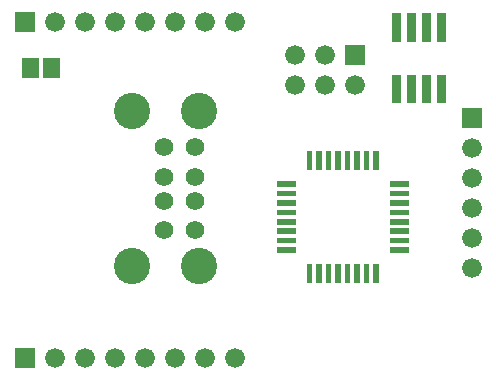
<source format=gbr>
G04 start of page 4 for group -4063 idx -4063 *
G04 Title: (unknown), componentmask *
G04 Creator: pcb 20091103 *
G04 CreationDate: Sun 20 Mar 2011 05:20:08 AM GMT UTC *
G04 For: gjhurlbu *
G04 Format: Gerber/RS-274X *
G04 PCB-Dimensions: 600000 500000 *
G04 PCB-Coordinate-Origin: lower left *
%MOIN*%
%FSLAX25Y25*%
%LNFRONTMASK*%
%ADD12C,0.0200*%
%ADD23C,0.0660*%
%ADD24C,0.0620*%
%ADD25C,0.1210*%
%ADD26R,0.0187X0.0187*%
%ADD27R,0.0300X0.0300*%
%ADD28R,0.0572X0.0572*%
G54D12*G36*
X187700Y385300D02*Y378700D01*
X194300D01*
Y385300D01*
X187700D01*
G37*
G54D23*X191000Y372000D03*
G54D12*G36*
X148700Y406300D02*Y399700D01*
X155300D01*
Y406300D01*
X148700D01*
G37*
G54D23*X152000Y393000D03*
X142000Y403000D03*
Y393000D03*
X132000Y403000D03*
Y393000D03*
X72000Y302000D03*
X82000D03*
X92000D03*
X102000D03*
G54D12*G36*
X38700Y305300D02*Y298700D01*
X45300D01*
Y305300D01*
X38700D01*
G37*
G54D23*X52000Y302000D03*
X62000D03*
X112000D03*
X191000Y362000D03*
Y352000D03*
Y342000D03*
Y332000D03*
G54D24*X88300Y362400D03*
X98600D03*
Y354500D03*
Y344700D03*
G54D25*X100000Y332600D03*
X77600D03*
G54D24*X88300Y354500D03*
Y344700D03*
G54D12*G36*
X38700Y417300D02*Y410700D01*
X45300D01*
Y417300D01*
X38700D01*
G37*
G54D23*X52000Y414000D03*
X62000D03*
X72000D03*
X82000D03*
G54D25*X77600Y384300D03*
G54D23*X92000Y414000D03*
G54D24*X88300Y372200D03*
X98600D03*
G54D25*X100000Y384300D03*
G54D23*X102000Y414000D03*
X112000D03*
G54D26*X164566Y337977D02*X168992D01*
X164566Y341126D02*X168992D01*
X164566Y344276D02*X168992D01*
X164566Y347425D02*X168992D01*
X164566Y350575D02*X168992D01*
X164566Y353725D02*X168992D01*
X164566Y356874D02*X168992D01*
X164566Y360024D02*X168992D01*
G54D27*X166000Y395000D02*Y388500D01*
Y415500D02*Y409000D01*
X171000Y395000D02*Y388500D01*
Y415500D02*Y409000D01*
X176000Y395000D02*Y388500D01*
X181000Y395000D02*Y388500D01*
Y415500D02*Y409000D01*
X176000Y415500D02*Y409000D01*
G54D28*X51000Y399000D02*Y398214D01*
X43914Y399000D02*Y398214D01*
G54D26*X159023Y369992D02*Y365566D01*
X155874Y369992D02*Y365566D01*
X152724Y369992D02*Y365566D01*
X149575Y369992D02*Y365566D01*
X146425Y369992D02*Y365566D01*
X143275Y369992D02*Y365566D01*
X140126Y369992D02*Y365566D01*
X136976Y369992D02*Y365566D01*
X127008Y360023D02*X131434D01*
X127008Y356874D02*X131434D01*
X127008Y353724D02*X131434D01*
X127008Y350575D02*X131434D01*
X127008Y347425D02*X131434D01*
X127008Y344275D02*X131434D01*
X127008Y341126D02*X131434D01*
X127008Y337976D02*X131434D01*
X136977Y332434D02*Y328008D01*
X140126Y332434D02*Y328008D01*
X143276Y332434D02*Y328008D01*
X146425Y332434D02*Y328008D01*
X149575Y332434D02*Y328008D01*
X152725Y332434D02*Y328008D01*
X155874Y332434D02*Y328008D01*
X159024Y332434D02*Y328008D01*
M02*

</source>
